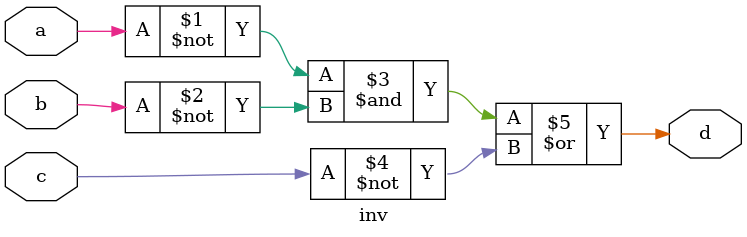
<source format=v>
`timescale 1ns / 1ps

module inv(
    input a,
    input b,
    input c,
    output d
);
    
assign d = ((~a & ~b) | (~c));
endmodule
</source>
